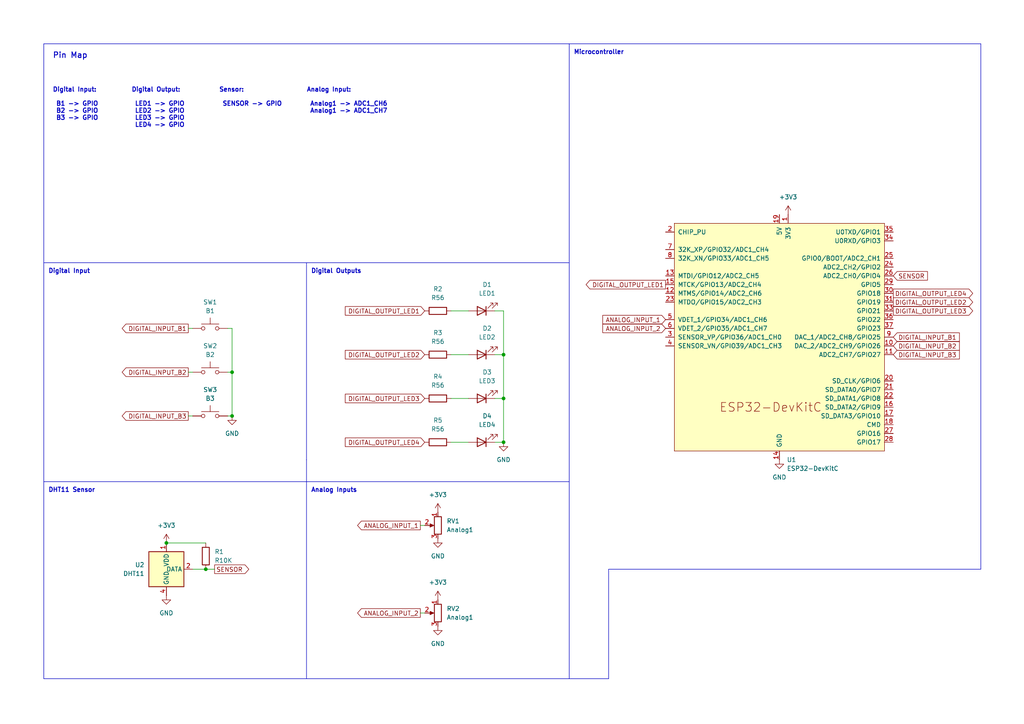
<source format=kicad_sch>
(kicad_sch (version 20250114) (generator "eeschema") (generator_version "9.0")
  (paper "A4")
  (title_block (title "ESP32 FreeRTOS Edge Dashboard Schema") (rev "1") (company "Luiz Takeda"))
  (lib_symbols
    (symbol "Device:LED" (pin_numbers (hide yes)) (pin_names (offset 1.016) (hide yes))
      (property "Reference" "D" (at 0 2.54 0))
      (property "Value" "LED" (at 0 -2.54 0))
      (symbol "LED_0_1"
        (polyline (pts (xy -3.048 -0.762) (xy -4.572 -2.286) (xy -3.81 -2.286) (xy -4.572 -2.286) (xy -4.572 -1.524)))
        (polyline (pts (xy -1.778 -0.762) (xy -3.302 -2.286) (xy -2.54 -2.286) (xy -3.302 -2.286) (xy -3.302 -1.524)))
        (polyline (pts (xy -1.27 0) (xy 1.27 0)))
        (polyline (pts (xy -1.27 -1.27) (xy -1.27 1.27)) (stroke (width 0.254)))
        (polyline (pts (xy 1.27 -1.27) (xy 1.27 1.27) (xy -1.27 0) (xy 1.27 -1.27)) (stroke (width 0.254)))
      )
      (symbol "LED_1_1"
        (pin passive line (at -3.81 0 0) (length 2.54) (name "K") (number "1"))
        (pin passive line (at 3.81 0 180) (length 2.54) (name "A") (number "2"))
      )
    )
    (symbol "Device:R" (pin_numbers (hide yes)) (pin_names (offset 0))
      (property "Reference" "R" (at 2.032 0 90))
      (property "Value" "R" (at 0 0 90))
      (symbol "R_0_1"
        (rectangle (start -1.016 -2.54) (end 1.016 2.54) (stroke (width 0.254)))
      )
      (symbol "R_1_1"
        (pin passive line (at 0 3.81 270) (length 1.27) (name "~") (number "1"))
        (pin passive line (at 0 -3.81 90) (length 1.27) (name "~") (number "2"))
      )
    )
    (symbol "Device:R_Potentiometer" (pin_names (offset 1.016) (hide yes))
      (property "Reference" "RV" (at -4.445 0 90))
      (property "Value" "R_Potentiometer" (at -2.54 0 90))
      (symbol "R_Potentiometer_0_1"
        (rectangle (start 1.016 2.54) (end -1.016 -2.54) (stroke (width 0.254)))
        (polyline (pts (xy 1.143 0) (xy 2.286 0.508) (xy 2.286 -0.508) (xy 1.143 0)) (fill (type outline)))
        (polyline (pts (xy 2.54 0) (xy 1.524 0)))
      )
      (symbol "R_Potentiometer_1_1"
        (pin passive line (at 0 3.81 270) (length 1.27) (name "1") (number "1"))
        (pin passive line (at 0 -3.81 90) (length 1.27) (name "3") (number "3"))
        (pin passive line (at 3.81 0 180) (length 1.27) (name "2") (number "2"))
      )
    )
    (symbol "PCM_Espressif:ESP32-DevKitC" (pin_names (offset 1.016))
      (property "Reference" "U" (at -30.48 38.1 0))
      (property "Value" "ESP32-DevKitC" (at -30.48 35.56 0))
      (symbol "ESP32-DevKitC_0_0"
        (text "ESP32-DevKitC" (at -2.54 -20.32 0) (effects (font (size 2.54 2.54))))
        (pin power_in line (at 0 35.56 270) (length 2.54) (name "5V") (number "19"))
        (pin power_in line (at 0 -35.56 90) (length 2.54) (name "GND") (number "14"))
      )
      (symbol "ESP32-DevKitC_0_1"
        (rectangle (start -30.48 33.02) (end 30.48 -33.02) (fill (type background)))
      )
      (symbol "ESP32-DevKitC_1_1"
        (pin input line (at -33.02 30.48 0) (length 2.54) (name "CHIP_PU") (number "2"))
        (pin bidirectional line (at -33.02 25.4 0) (length 2.54) (name "32K_XP/GPIO32/ADC1_CH4") (number "7"))
        (pin bidirectional line (at -33.02 22.86 0) (length 2.54) (name "32K_XN/GPIO33/ADC1_CH5") (number "8"))
        (pin bidirectional line (at -33.02 17.78 0) (length 2.54) (name "MTDI/GPIO12/ADC2_CH5") (number "13"))
        (pin bidirectional line (at -33.02 15.24 0) (length 2.54) (name "MTCK/GPIO13/ADC2_CH4") (number "15"))
        (pin bidirectional line (at -33.02 12.7 0) (length 2.54) (name "MTMS/GPIO14/ADC2_CH6") (number "12"))
        (pin bidirectional line (at -33.02 10.16 0) (length 2.54) (name "MTDO/GPIO15/ADC2_CH3") (number "23"))
        (pin input line (at -33.02 5.08 0) (length 2.54) (name "VDET_1/GPIO34/ADC1_CH6") (number "5"))
        (pin input line (at -33.02 2.54 0) (length 2.54) (name "VDET_2/GPIO35/ADC1_CH7") (number "6"))
        (pin input line (at -33.02 0 0) (length 2.54) (name "SENSOR_VP/GPIO36/ADC1_CH0") (number "3"))
        (pin input line (at -33.02 -2.54 0) (length 2.54) (name "SENSOR_VN/GPIO39/ADC1_CH3") (number "4"))
        (pin passive line (at 0 -35.56 90) (length 2.54) (hide yes) (name "GND") (number "32"))
        (pin passive line (at 0 -35.56 90) (length 2.54) (hide yes) (name "GND") (number "38"))
        (pin power_in line (at 2.54 35.56 270) (length 2.54) (name "3V3") (number "1"))
        (pin bidirectional line (at 33.02 30.48 180) (length 2.54) (name "U0TXD/GPIO1") (number "35"))
        (pin bidirectional line (at 33.02 27.94 180) (length 2.54) (name "U0RXD/GPIO3") (number "34"))
        (pin bidirectional line (at 33.02 22.86 180) (length 2.54) (name "GPIO0/BOOT/ADC2_CH1") (number "25"))
        (pin bidirectional line (at 33.02 20.32 180) (length 2.54) (name "ADC2_CH2/GPIO2") (number "24"))
        (pin bidirectional line (at 33.02 17.78 180) (length 2.54) (name "ADC2_CH0/GPIO4") (number "26"))
        (pin bidirectional line (at 33.02 15.24 180) (length 2.54) (name "GPIO5") (number "29"))
        (pin bidirectional line (at 33.02 12.7 180) (length 2.54) (name "GPIO18") (number "30"))
        (pin bidirectional line (at 33.02 10.16 180) (length 2.54) (name "GPIO19") (number "31"))
        (pin bidirectional line (at 33.02 7.62 180) (length 2.54) (name "GPIO21") (number "33"))
        (pin bidirectional line (at 33.02 5.08 180) (length 2.54) (name "GPIO22") (number "36"))
        (pin bidirectional line (at 33.02 2.54 180) (length 2.54) (name "GPIO23") (number "37"))
        (pin bidirectional line (at 33.02 0 180) (length 2.54) (name "DAC_1/ADC2_CH8/GPIO25") (number "9"))
        (pin bidirectional line (at 33.02 -2.54 180) (length 2.54) (name "DAC_2/ADC2_CH9/GPIO26") (number "10"))
        (pin bidirectional line (at 33.02 -5.08 180) (length 2.54) (name "ADC2_CH7/GPIO27") (number "11"))
        (pin bidirectional line (at 33.02 -12.7 180) (length 2.54) (name "SD_CLK/GPIO6") (number "20"))
        (pin bidirectional line (at 33.02 -15.24 180) (length 2.54) (name "SD_DATA0/GPIO7") (number "21"))
        (pin bidirectional line (at 33.02 -17.78 180) (length 2.54) (name "SD_DATA1/GPIO8") (number "22"))
        (pin bidirectional line (at 33.02 -20.32 180) (length 2.54) (name "SD_DATA2/GPIO9") (number "16"))
        (pin bidirectional line (at 33.02 -22.86 180) (length 2.54) (name "SD_DATA3/GPIO10") (number "17"))
        (pin bidirectional line (at 33.02 -25.4 180) (length 2.54) (name "CMD") (number "18"))
        (pin bidirectional line (at 33.02 -27.94 180) (length 2.54) (name "GPIO16") (number "27"))
        (pin bidirectional line (at 33.02 -30.48 180) (length 2.54) (name "GPIO17") (number "28"))
      )
    )
    (symbol "Sensor:DHT11"
      (property "Reference" "U" (at -3.81 6.35 0))
      (property "Value" "DHT11" (at 3.81 6.35 0))
      (symbol "DHT11_0_1"
        (rectangle (start -5.08 5.08) (end 5.08 -5.08) (stroke (width 0.254)) (fill (type background)))
      )
      (symbol "DHT11_1_1"
        (pin no_connect line (at -5.08 0 0) (length 2.54) (hide yes) (name "NC") (number "3"))
        (pin power_in line (at 0 7.62 270) (length 2.54) (name "VDD") (number "1"))
        (pin power_in line (at 0 -7.62 90) (length 2.54) (name "GND") (number "4"))
        (pin bidirectional line (at 7.62 0 180) (length 2.54) (name "DATA") (number "2"))
      )
    )
    (symbol "Switch:SW_Push" (pin_numbers (hide yes)) (pin_names (offset 1.016) (hide yes))
      (property "Reference" "SW" (at 1.27 2.54 0))
      (property "Value" "SW_Push" (at 0 -1.524 0))
      (symbol "SW_Push_0_1"
        (circle (center -2.032 0) (radius 0.508))
        (polyline (pts (xy 0 1.27) (xy 0 3.048)))
        (circle (center 2.032 0) (radius 0.508))
        (polyline (pts (xy 2.54 1.27) (xy -2.54 1.27)))
        (pin passive line (at -5.08 0 0) (length 2.54) (name "1") (number "1"))
        (pin passive line (at 5.08 0 180) (length 2.54) (name "2") (number "2"))
      )
    )
    (symbol "power:+3V3" (power) (pin_numbers (hide yes)) (pin_names (offset 0) (hide yes))
      (property "Value" "+3V3" (at 0 3.556 0))
      (symbol "+3V3_0_1"
        (polyline (pts (xy -0.762 1.27) (xy 0 2.54)))
        (polyline (pts (xy 0 2.54) (xy 0.762 1.27)))
        (polyline (pts (xy 0 0) (xy 0 2.54)))
      )
      (symbol "+3V3_1_1"
        (pin power_in line (at 0 0 90) (length 0) (name "~") (number "1"))
      )
    )
    (symbol "power:GND" (power) (pin_numbers (hide yes)) (pin_names (offset 0) (hide yes))
      (property "Value" "GND" (at 0 -3.81 0))
      (symbol "GND_0_1"
        (polyline (pts (xy 0 0) (xy 0 -1.27) (xy 1.27 -1.27) (xy 0 -2.54) (xy -1.27 -1.27) (xy 0 -1.27)))
      )
      (symbol "GND_1_1"
        (pin power_in line (at 0 0 270) (length 0) (name "~") (number "1"))
      )
    )
  )
  (text "Microcontroller" (at 166.37 15.24 0) (effects (font (size 1.27 1.27) (thickness 0.254) (bold yes)) (justify left)))
  (text "Analog Input:\n\n Analog1 -> ADC1_CH6\n Analog1 -> ADC1_CH7\n " (at 88.9 25.4 0) (effects (font (size 1.27 1.27) (thickness 0.254) (bold yes)) (justify left top)))
  (text "DHT11 Sensor" (at 13.97 142.24 0) (effects (font (size 1.27 1.27) (thickness 0.254) (bold yes)) (justify left)))
  (text "Sensor:\n\n SENSOR -> GPIO\n" (at 63.5 25.4 0) (effects (font (size 1.27 1.27) (thickness 0.254) (bold yes)) (justify left top)))
  (text "Analog Inputs" (at 90.17 142.24 0) (effects (font (size 1.27 1.27) (thickness 0.254) (bold yes)) (justify left)))
  (text "Digital Output:\n\n LED1 -> GPIO\n LED2 -> GPIO\n LED3 -> GPIO\n LED4 -> GPIO\n " (at 38.1 25.4 0) (effects (font (size 1.27 1.27) (thickness 0.254) (bold yes)) (justify left top)))
  (text "Digital Input" (at 13.97 78.74 0) (effects (font (size 1.27 1.27) (thickness 0.254) (bold yes)) (justify left)))
  (text "Pin Map" (at 15.24 15.24 0) (effects (font (size 1.6256 1.6256) (thickness 0.254) (bold yes)) (justify left top)))
  (text "Digital Outputs" (at 90.17 78.74 0) (effects (font (size 1.27 1.27) (thickness 0.254) (bold yes)) (justify left)))
  (text "Digital Input:\n\n B1 -> GPIO\n B2 -> GPIO\n B3 -> GPIO\n " (at 15.24 25.4 0) (effects (font (size 1.27 1.27) (thickness 0.254) (bold yes)) (justify left top)))
  (junction (at 67.31 120.65))
  (junction (at 146.05 102.87))
  (junction (at 67.31 107.95))
  (junction (at 146.05 115.57))
  (junction (at 146.05 128.27))
  (junction (at 59.69 165.1))
  (junction (at 48.26 157.48))
  (wire (pts (xy 130.81 90.17) (xy 135.89 90.17)))
  (polyline (pts (xy 12.7 76.2) (xy 165.1 76.2)))
  (wire (pts (xy 121.92 177.8) (xy 123.19 177.8)))
  (wire (pts (xy 130.81 128.27) (xy 135.89 128.27)))
  (polyline (pts (xy 165.1 12.7) (xy 284.48 12.7)))
  (polyline (pts (xy 12.7 12.7) (xy 12.7 76.2)))
  (wire (pts (xy 67.31 95.25) (xy 67.31 107.95)))
  (wire (pts (xy 54.61 95.25) (xy 55.88 95.25)))
  (wire (pts (xy 66.04 120.65) (xy 67.31 120.65)))
  (wire (pts (xy 143.51 128.27) (xy 146.05 128.27)))
  (polyline (pts (xy 12.7 139.7) (xy 165.1 139.7)))
  (polyline (pts (xy 284.48 165.1) (xy 176.53 165.1)))
  (wire (pts (xy 48.26 157.48) (xy 59.69 157.48)))
  (polyline (pts (xy 165.1 196.85) (xy 165.1 12.7)))
  (wire (pts (xy 66.04 107.95) (xy 67.31 107.95)))
  (wire (pts (xy 146.05 128.27) (xy 146.05 115.57)))
  (polyline (pts (xy 284.48 12.7) (xy 284.48 165.1)))
  (wire (pts (xy 62.23 165.1) (xy 59.69 165.1)))
  (wire (pts (xy 66.04 95.25) (xy 67.31 95.25)))
  (wire (pts (xy 143.51 102.87) (xy 146.05 102.87)))
  (polyline (pts (xy 12.7 139.7) (xy 12.7 76.2)))
  (wire (pts (xy 54.61 120.65) (xy 55.88 120.65)))
  (wire (pts (xy 121.92 152.4) (xy 123.19 152.4)))
  (polyline (pts (xy 165.1 196.85) (xy 12.7 196.85)))
  (wire (pts (xy 130.81 102.87) (xy 135.89 102.87)))
  (polyline (pts (xy 176.53 196.85) (xy 165.1 196.85)))
  (wire (pts (xy 55.88 165.1) (xy 59.69 165.1)))
  (wire (pts (xy 146.05 90.17) (xy 143.51 90.17)))
  (polyline (pts (xy 176.53 165.1) (xy 176.53 196.85)))
  (wire (pts (xy 146.05 102.87) (xy 146.05 90.17)))
  (wire (pts (xy 130.81 115.57) (xy 135.89 115.57)))
  (wire (pts (xy 143.51 115.57) (xy 146.05 115.57)))
  (polyline (pts (xy 88.9 133.35) (xy 88.9 196.85)))
  (wire (pts (xy 146.05 115.57) (xy 146.05 102.87)))
  (polyline (pts (xy 88.9 76.2) (xy 88.9 133.35)))
  (wire (pts (xy 54.61 107.95) (xy 55.88 107.95)))
  (polyline (pts (xy 165.1 12.7) (xy 12.7 12.7)))
  (polyline (pts (xy 12.7 196.85) (xy 12.7 139.7)))
  (wire (pts (xy 67.31 107.95) (xy 67.31 120.65)))
  (global_label "SENSOR" (shape output) (at 62.23 165.1 0) (property "Intersheetrefs" "${INTERSHEET_REFS}" (effects (hide yes))))
  (global_label "DIGITAL_INPUT_B1" (shape input) (at 259.08 97.79 0) (property "Intersheetrefs" "${INTERSHEET_REFS}" (effects (hide yes))))
  (global_label "DIGITAL_OUTPUT_LED2" (shape output) (at 259.08 87.63 0) (property "Intersheetrefs" "${INTERSHEET_REFS}" (effects (hide yes))))
  (global_label "ANALOG_INPUT_2" (shape input) (at 193.04 95.25 180) (property "Intersheetrefs" "${INTERSHEET_REFS}" (effects (hide yes))))
  (global_label "DIGITAL_OUTPUT_LED3" (shape output) (at 259.08 90.17 0) (property "Intersheetrefs" "${INTERSHEET_REFS}" (effects (hide yes))))
  (global_label "SENSOR" (shape input) (at 259.08 80.01 0) (property "Intersheetrefs" "${INTERSHEET_REFS}" (effects (hide yes))))
  (global_label "DIGITAL_OUTPUT_LED1" (shape input) (at 123.19 90.17 180) (property "Intersheetrefs" "${INTERSHEET_REFS}" (effects (hide yes))))
  (global_label "ANALOG_INPUT_2" (shape output) (at 121.92 177.8 180) (property "Intersheetrefs" "${INTERSHEET_REFS}" (effects (hide yes))))
  (global_label "DIGITAL_INPUT_B3" (shape output) (at 54.61 120.65 180) (property "Intersheetrefs" "${INTERSHEET_REFS}" (effects (hide yes))))
  (global_label "DIGITAL_OUTPUT_LED4" (shape input) (at 123.19 128.27 180) (property "Intersheetrefs" "${INTERSHEET_REFS}" (effects (hide yes))))
  (global_label "DIGITAL_INPUT_B1" (shape output) (at 54.61 95.25 180) (property "Intersheetrefs" "${INTERSHEET_REFS}" (effects (hide yes))))
  (global_label "DIGITAL_INPUT_B2" (shape input) (at 259.08 100.33 0) (property "Intersheetrefs" "${INTERSHEET_REFS}" (effects (hide yes))))
  (global_label "DIGITAL_INPUT_B2" (shape output) (at 54.61 107.95 180) (property "Intersheetrefs" "${INTERSHEET_REFS}" (effects (hide yes))))
  (global_label "DIGITAL_INPUT_B3" (shape input) (at 259.08 102.87 0) (property "Intersheetrefs" "${INTERSHEET_REFS}" (effects (hide yes))))
  (global_label "ANALOG_INPUT_1" (shape output) (at 121.92 152.4 180) (property "Intersheetrefs" "${INTERSHEET_REFS}" (effects (hide yes))))
  (global_label "DIGITAL_OUTPUT_LED4" (shape output) (at 259.08 85.09 0) (property "Intersheetrefs" "${INTERSHEET_REFS}" (effects (hide yes))))
  (global_label "DIGITAL_OUTPUT_LED3" (shape input) (at 123.19 115.57 180) (property "Intersheetrefs" "${INTERSHEET_REFS}" (effects (hide yes))))
  (global_label "DIGITAL_OUTPUT_LED2" (shape input) (at 123.19 102.87 180) (property "Intersheetrefs" "${INTERSHEET_REFS}" (effects (hide yes))))
  (global_label "ANALOG_INPUT_1" (shape input) (at 193.04 92.71 180) (property "Intersheetrefs" "${INTERSHEET_REFS}" (effects (hide yes))))
  (global_label "DIGITAL_OUTPUT_LED1" (shape output) (at 193.04 82.55 180) (property "Intersheetrefs" "${INTERSHEET_REFS}" (effects (hide yes))))
  (symbol (lib_id "Device:LED") (at 139.7 128.27 180) (unit 1)
    (property "Reference" "D4" (at 141.2875 120.65 0))
    (property "Value" "LED4" (at 141.2875 123.19 0))
    (property "Description" "Light emitting diode" (effects (hide yes)))
    (property "Sim.Pins" "1=K 2=A" (effects (hide yes)))
  )
  (symbol (lib_id "power:GND") (at 127 181.61 0) (mirror y) (unit 1)
    (property "Reference" "#PWR08" (effects (hide yes)))
    (property "Value" "GND" (at 127 186.69 0))
    (property "Description" "Power symbol creates a global label with name \"GND\" , ground" (effects (hide yes)))
  )
  (symbol (lib_id "Device:R") (at 59.69 161.29 0) (unit 1)
    (property "Reference" "R1" (at 62.23 160.0199 0) (effects (justify left)))
    (property "Value" "R10K" (at 62.23 162.5599 0) (effects (justify left)))
    (property "Description" "Resistor" (effects (hide yes)))
  )
  (symbol (lib_id "Device:R") (at 127 90.17 90) (unit 1)
    (property "Reference" "R2" (at 127 83.82 90))
    (property "Value" "R56" (at 127 86.36 90))
    (property "Description" "Resistor" (effects (hide yes)))
  )
  (symbol (lib_id "power:+3V3") (at 228.6 62.23 0) (unit 1)
    (property "Reference" "#PWR02" (effects (hide yes)))
    (property "Value" "+3V3" (at 228.6 57.15 0))
    (property "Description" "Power symbol creates a global label with name \"+3V3\"" (effects (hide yes)))
  )
  (symbol (lib_id "power:GND") (at 226.06 133.35 0) (unit 1)
    (property "Reference" "#PWR01" (effects (hide yes)))
    (property "Value" "GND" (at 226.06 138.43 0))
    (property "Description" "Power symbol creates a global label with name \"GND\" , ground" (effects (hide yes)))
  )
  (symbol (lib_id "power:+3V3") (at 48.26 157.48 0) (unit 1)
    (property "Reference" "#PWR03" (effects (hide yes)))
    (property "Value" "+3V3" (at 48.26 152.4 0))
    (property "Description" "Power symbol creates a global label with name \"+3V3\"" (effects (hide yes)))
  )
  (symbol (lib_id "Switch:SW_Push") (at 60.96 120.65 0) (unit 1)
    (property "Reference" "SW3" (at 60.96 113.03 0))
    (property "Value" "B3" (at 60.96 115.57 0))
    (property "Description" "Push button switch, generic, two pins" (effects (hide yes)))
  )
  (symbol (lib_id "power:+3V3") (at 127 173.99 0) (mirror y) (unit 1)
    (property "Reference" "#PWR010" (effects (hide yes)))
    (property "Value" "+3V3" (at 127 168.91 0))
    (property "Description" "Power symbol creates a global label with name \"+3V3\"" (effects (hide yes)))
  )
  (symbol (lib_id "Switch:SW_Push") (at 60.96 107.95 0) (unit 1)
    (property "Reference" "SW2" (at 60.96 100.33 0))
    (property "Value" "B2" (at 60.96 102.87 0))
    (property "Description" "Push button switch, generic, two pins" (effects (hide yes)))
  )
  (symbol (lib_id "Device:R") (at 127 115.57 90) (unit 1)
    (property "Reference" "R4" (at 127 109.22 90))
    (property "Value" "R56" (at 127 111.76 90))
    (property "Description" "Resistor" (effects (hide yes)))
  )
  (symbol (lib_id "Switch:SW_Push") (at 60.96 95.25 0) (unit 1)
    (property "Reference" "SW1" (at 60.96 87.63 0))
    (property "Value" "B1" (at 60.96 90.17 0))
    (property "Description" "Push button switch, generic, two pins" (effects (hide yes)))
  )
  (symbol (lib_id "PCM_Espressif:ESP32-DevKitC") (at 226.06 97.79 0) (unit 1)
    (property "Reference" "U1" (at 228.2033 133.35 0) (effects (justify left)))
    (property "Value" "ESP32-DevKitC" (at 228.2033 135.89 0) (effects (justify left)))
    (property "Footprint" "PCM_Espressif:ESP32-DevKitC" (effects (hide yes)))
    (property "Datasheet" "https://docs.espressif.com/projects/esp-idf/zh_CN/latest/esp32/hw-reference/esp32/get-started-devkitc.html" (effects (hide yes)))
    (property "Description" "Development Kit" (effects (hide yes)))
  )
  (symbol (lib_id "power:GND") (at 48.26 172.72 0) (unit 1)
    (property "Reference" "#PWR04" (effects (hide yes)))
    (property "Value" "GND" (at 48.26 177.8 0))
    (property "Description" "Power symbol creates a global label with name \"GND\" , ground" (effects (hide yes)))
  )
  (symbol (lib_id "Device:LED") (at 139.7 102.87 180) (unit 1)
    (property "Reference" "D2" (at 141.2875 95.25 0))
    (property "Value" "LED2" (at 141.2875 97.79 0))
    (property "Description" "Light emitting diode" (effects (hide yes)))
    (property "Sim.Pins" "1=K 2=A" (effects (hide yes)))
  )
  (symbol (lib_id "Device:LED") (at 139.7 90.17 180) (unit 1)
    (property "Reference" "D1" (at 141.2875 82.55 0))
    (property "Value" "LED1" (at 141.2875 85.09 0))
    (property "Description" "Light emitting diode" (effects (hide yes)))
    (property "Sim.Pins" "1=K 2=A" (effects (hide yes)))
  )
  (symbol (lib_id "power:GND") (at 127 156.21 0) (mirror y) (unit 1)
    (property "Reference" "#PWR07" (effects (hide yes)))
    (property "Value" "GND" (at 127 161.29 0))
    (property "Description" "Power symbol creates a global label with name \"GND\" , ground" (effects (hide yes)))
  )
  (symbol (lib_id "Device:R") (at 127 102.87 90) (unit 1)
    (property "Reference" "R3" (at 127 96.52 90))
    (property "Value" "R56" (at 127 99.06 90))
    (property "Description" "Resistor" (effects (hide yes)))
  )
  (symbol (lib_id "Device:LED") (at 139.7 115.57 180) (unit 1)
    (property "Reference" "D3" (at 141.2875 107.95 0))
    (property "Value" "LED3" (at 141.2875 110.49 0))
    (property "Description" "Light emitting diode" (effects (hide yes)))
    (property "Sim.Pins" "1=K 2=A" (effects (hide yes)))
  )
  (symbol (lib_id "Sensor:DHT11") (at 48.26 165.1 0) (unit 1)
    (property "Reference" "U2" (at 41.91 163.8299 0) (effects (justify right)))
    (property "Value" "DHT11" (at 41.91 166.3699 0) (effects (justify right)))
    (property "Footprint" "Sensor:Aosong_DHT11_5.5x12.0_P2.54mm" (effects (hide yes)))
    (property "Datasheet" "http://akizukidenshi.com/download/ds/aosong/DHT11.pdf" (effects (hide yes)))
    (property "Description" "3.3V to 5.5V, temperature and humidity module, DHT11" (effects (hide yes)))
  )
  (symbol (lib_id "power:GND") (at 67.31 120.65 0) (unit 1)
    (property "Reference" "#PWR05" (effects (hide yes)))
    (property "Value" "GND" (at 67.31 125.73 0))
    (property "Description" "Power symbol creates a global label with name \"GND\" , ground" (effects (hide yes)))
  )
  (symbol (lib_id "Device:R_Potentiometer") (at 127 177.8 0) (mirror y) (unit 1)
    (property "Reference" "RV2" (at 129.54 176.5299 0) (effects (justify right)))
    (property "Value" "Analog1" (at 129.54 179.0699 0) (effects (justify right)))
    (property "Description" "Potentiometer" (effects (hide yes)))
  )
  (symbol (lib_id "power:GND") (at 146.05 128.27 0) (unit 1)
    (property "Reference" "#PWR06" (effects (hide yes)))
    (property "Value" "GND" (at 146.05 133.35 0))
    (property "Description" "Power symbol creates a global label with name \"GND\" , ground" (effects (hide yes)))
  )
  (symbol (lib_id "Device:R") (at 127 128.27 90) (unit 1)
    (property "Reference" "R5" (at 127 121.92 90))
    (property "Value" "R56" (at 127 124.46 90))
    (property "Description" "Resistor" (effects (hide yes)))
  )
  (symbol (lib_id "Device:R_Potentiometer") (at 127 152.4 0) (mirror y) (unit 1)
    (property "Reference" "RV1" (at 129.54 151.1299 0) (effects (justify right)))
    (property "Value" "Analog1" (at 129.54 153.6699 0) (effects (justify right)))
    (property "Description" "Potentiometer" (effects (hide yes)))
  )
  (symbol (lib_id "power:+3V3") (at 127 148.59 0) (mirror y) (unit 1)
    (property "Reference" "#PWR09" (effects (hide yes)))
    (property "Value" "+3V3" (at 127 143.51 0))
    (property "Description" "Power symbol creates a global label with name \"+3V3\"" (effects (hide yes)))
  )
)
</source>
